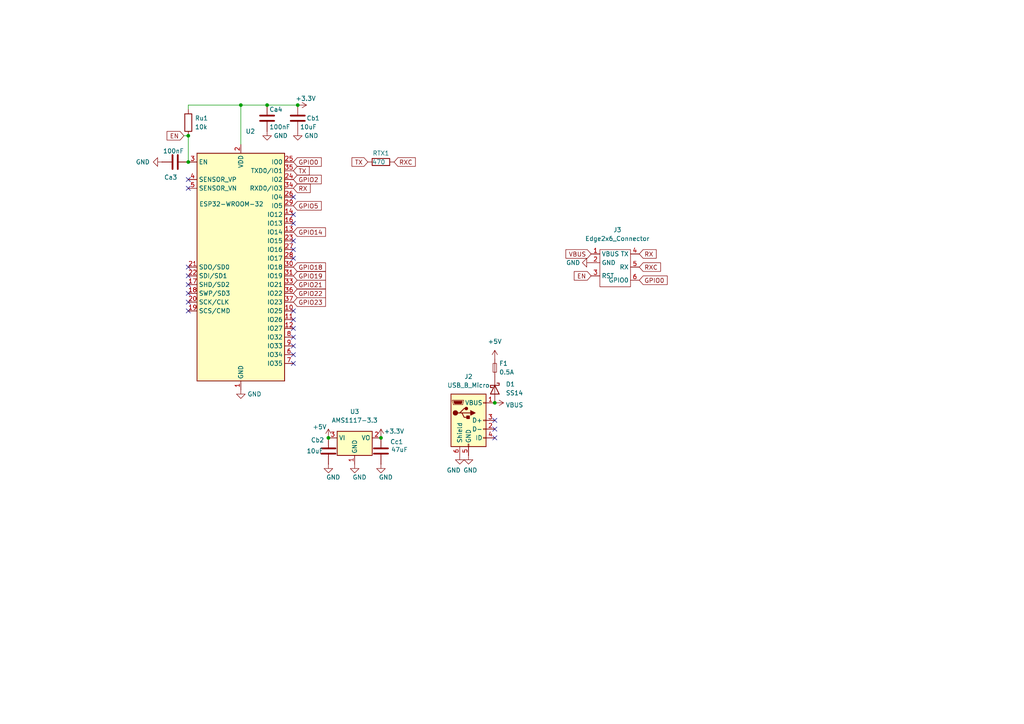
<source format=kicad_sch>
(kicad_sch (version 20231120) (generator "eeschema") (generator_version "8.0")
  (paper "A4")
  (lib_symbols
    (symbol "Connector:USB_B_Micro" (pin_names (offset 1.016))
      (property "Reference" "J" (at -5.08 11.43 0))
      (property "Value" "USB_B_Micro" (at -5.08 8.89 0))
      (symbol "USB_B_Micro_0_1"
        (rectangle (start -5.08 -7.62) (end 5.08 7.62) (stroke (width 0.254)) (fill (type background)))
        (circle (center -3.81 2.159) (radius 0.635) (stroke (width 0.254)) (fill (type outline)))
        (circle (center -0.635 3.429) (radius 0.381) (stroke (width 0.254)) (fill (type outline)))
        (rectangle (start -0.127 -7.62) (end 0.127 -6.858))
        (polyline (pts (xy -1.905 2.159) (xy 0.635 2.159)) (stroke (width 0.254)))
        (polyline (pts (xy -3.175 2.159) (xy -2.54 2.159) (xy -1.27 3.429) (xy -0.635 3.429)) (stroke (width 0.254)))
        (polyline (pts (xy -2.54 2.159) (xy -1.905 2.159) (xy -1.27 0.889) (xy 0 0.889)) (stroke (width 0.254)))
        (polyline (pts (xy 0.635 2.794) (xy 0.635 1.524) (xy 1.905 2.159) (xy 0.635 2.794)) (stroke (width 0.254)) (fill (type outline)))
        (polyline (pts (xy -4.318 5.588) (xy -1.778 5.588) (xy -2.032 4.826) (xy -4.064 4.826) (xy -4.318 5.588)) (fill (type outline)))
        (polyline (pts (xy -4.699 5.842) (xy -4.699 5.588) (xy -4.445 4.826) (xy -4.445 4.572) (xy -1.651 4.572) (xy -1.651 4.826) (xy -1.397 5.588) (xy -1.397 5.842) (xy -4.699 5.842)))
        (rectangle (start 0.254 1.27) (end -0.508 0.508) (stroke (width 0.254)) (fill (type outline)))
        (rectangle (start 5.08 -5.207) (end 4.318 -4.953))
        (rectangle (start 5.08 -2.667) (end 4.318 -2.413))
        (rectangle (start 5.08 -0.127) (end 4.318 0.127))
        (rectangle (start 5.08 4.953) (end 4.318 5.207))
      )
      (symbol "USB_B_Micro_1_1"
        (pin power_out line (at 7.62 5.08 180) (length 2.54) (name "VBUS") (number "1"))
        (pin bidirectional line (at 7.62 -2.54 180) (length 2.54) (name "D-") (number "2"))
        (pin bidirectional line (at 7.62 0 180) (length 2.54) (name "D+") (number "3"))
        (pin passive line (at 7.62 -5.08 180) (length 2.54) (name "ID") (number "4"))
        (pin power_out line (at 0 -10.16 90) (length 2.54) (name "GND") (number "5"))
        (pin passive line (at -2.54 -10.16 90) (length 2.54) (name "Shield") (number "6"))
      )
    )
    (symbol "Device:C" (pin_numbers hide) (pin_names (offset 0.254))
      (property "Reference" "C" (at 0.635 2.54 0))
      (property "Value" "C" (at 0.635 -2.54 0))
      (symbol "C_0_1"
        (polyline (pts (xy -2.032 -0.762) (xy 2.032 -0.762)) (stroke (width 0.508)))
        (polyline (pts (xy -2.032 0.762) (xy 2.032 0.762)) (stroke (width 0.508)))
      )
      (symbol "C_1_1"
        (pin passive line (at 0 3.81 270) (length 2.794) (name "~") (number "1"))
        (pin passive line (at 0 -3.81 90) (length 2.794) (name "~") (number "2"))
      )
    )
    (symbol "Device:Fuse_Small" (pin_numbers hide) (pin_names (offset 0.254) hide)
      (property "Reference" "F" (at 0 -1.524 0))
      (property "Value" "Fuse_Small" (at 0 1.524 0))
      (symbol "Fuse_Small_0_1"
        (rectangle (start -1.27 0.508) (end 1.27 -0.508))
        (polyline (pts (xy -1.27 0) (xy 1.27 0)))
      )
      (symbol "Fuse_Small_1_1"
        (pin passive line (at -2.54 0 0) (length 1.27) (name "~") (number "1"))
        (pin passive line (at 2.54 0 180) (length 1.27) (name "~") (number "2"))
      )
    )
    (symbol "Device:R" (pin_numbers hide) (pin_names (offset 0))
      (property "Reference" "R" (at 2.032 0 90))
      (property "Value" "R" (at 0 0 90))
      (symbol "R_0_1"
        (rectangle (start -1.016 -2.54) (end 1.016 2.54) (stroke (width 0.254)))
      )
      (symbol "R_1_1"
        (pin passive line (at 0 3.81 270) (length 1.27) (name "~") (number "1"))
        (pin passive line (at 0 -3.81 90) (length 1.27) (name "~") (number "2"))
      )
    )
    (symbol "Diode:1N5819" (pin_numbers hide) (pin_names (offset 1.016) hide)
      (property "Reference" "D" (at 0 2.54 0))
      (property "Value" "1N5819" (at 0 -2.54 0))
      (symbol "1N5819_0_1"
        (polyline (pts (xy 1.27 0) (xy -1.27 0)))
        (polyline (pts (xy 1.27 1.27) (xy 1.27 -1.27) (xy -1.27 0) (xy 1.27 1.27)) (stroke (width 0.254)))
        (polyline (pts (xy -1.905 0.635) (xy -1.905 1.27) (xy -1.27 1.27) (xy -1.27 -1.27) (xy -0.635 -1.27) (xy -0.635 -0.635)) (stroke (width 0.254)))
      )
      (symbol "1N5819_1_1"
        (pin passive line (at -3.81 0 0) (length 2.54) (name "K") (number "1"))
        (pin passive line (at 3.81 0 180) (length 2.54) (name "A") (number "2"))
      )
    )
    (symbol "RF_Module:ESP32-WROOM-32"
      (property "Reference" "U" (at -12.7 34.29 0))
      (property "Value" "ESP32-WROOM-32" (at 1.27 34.29 0))
      (symbol "ESP32-WROOM-32_0_1"
        (rectangle (start -12.7 33.02) (end 12.7 -33.02) (stroke (width 0.254)) (fill (type background)))
      )
      (symbol "ESP32-WROOM-32_1_1"
        (pin power_in line (at 0 -35.56 90) (length 2.54) (name "GND") (number "1"))
        (pin bidirectional line (at 15.24 -12.7 180) (length 2.54) (name "IO25") (number "10"))
        (pin bidirectional line (at 15.24 -15.24 180) (length 2.54) (name "IO26") (number "11"))
        (pin bidirectional line (at 15.24 -17.78 180) (length 2.54) (name "IO27") (number "12"))
        (pin bidirectional line (at 15.24 10.16 180) (length 2.54) (name "IO14") (number "13"))
        (pin bidirectional line (at 15.24 15.24 180) (length 2.54) (name "IO12") (number "14"))
        (pin passive line (at 0 -35.56 90) (length 2.54) hide (name "GND") (number "15"))
        (pin bidirectional line (at 15.24 12.7 180) (length 2.54) (name "IO13") (number "16"))
        (pin bidirectional line (at -15.24 -5.08 0) (length 2.54) (name "SHD/SD2") (number "17"))
        (pin bidirectional line (at -15.24 -7.62 0) (length 2.54) (name "SWP/SD3") (number "18"))
        (pin bidirectional line (at -15.24 -12.7 0) (length 2.54) (name "SCS/CMD") (number "19"))
        (pin power_in line (at 0 35.56 270) (length 2.54) (name "VDD") (number "2"))
        (pin bidirectional line (at -15.24 -10.16 0) (length 2.54) (name "SCK/CLK") (number "20"))
        (pin bidirectional line (at -15.24 0 0) (length 2.54) (name "SDO/SD0") (number "21"))
        (pin bidirectional line (at -15.24 -2.54 0) (length 2.54) (name "SDI/SD1") (number "22"))
        (pin bidirectional line (at 15.24 7.62 180) (length 2.54) (name "IO15") (number "23"))
        (pin bidirectional line (at 15.24 25.4 180) (length 2.54) (name "IO2") (number "24"))
        (pin bidirectional line (at 15.24 30.48 180) (length 2.54) (name "IO0") (number "25"))
        (pin bidirectional line (at 15.24 20.32 180) (length 2.54) (name "IO4") (number "26"))
        (pin bidirectional line (at 15.24 5.08 180) (length 2.54) (name "IO16") (number "27"))
        (pin bidirectional line (at 15.24 2.54 180) (length 2.54) (name "IO17") (number "28"))
        (pin bidirectional line (at 15.24 17.78 180) (length 2.54) (name "IO5") (number "29"))
        (pin input line (at -15.24 30.48 0) (length 2.54) (name "EN") (number "3"))
        (pin bidirectional line (at 15.24 0 180) (length 2.54) (name "IO18") (number "30"))
        (pin bidirectional line (at 15.24 -2.54 180) (length 2.54) (name "IO19") (number "31"))
        (pin no_connect line (at -12.7 -27.94 0) (length 2.54) hide (name "NC") (number "32"))
        (pin bidirectional line (at 15.24 -5.08 180) (length 2.54) (name "IO21") (number "33"))
        (pin bidirectional line (at 15.24 22.86 180) (length 2.54) (name "RXD0/IO3") (number "34"))
        (pin bidirectional line (at 15.24 27.94 180) (length 2.54) (name "TXD0/IO1") (number "35"))
        (pin bidirectional line (at 15.24 -7.62 180) (length 2.54) (name "IO22") (number "36"))
        (pin bidirectional line (at 15.24 -10.16 180) (length 2.54) (name "IO23") (number "37"))
        (pin passive line (at 0 -35.56 90) (length 2.54) hide (name "GND") (number "38"))
        (pin passive line (at 0 -35.56 90) (length 2.54) hide (name "GND") (number "39"))
        (pin input line (at -15.24 25.4 0) (length 2.54) (name "SENSOR_VP") (number "4"))
        (pin input line (at -15.24 22.86 0) (length 2.54) (name "SENSOR_VN") (number "5"))
        (pin input line (at 15.24 -25.4 180) (length 2.54) (name "IO34") (number "6"))
        (pin input line (at 15.24 -27.94 180) (length 2.54) (name "IO35") (number "7"))
        (pin bidirectional line (at 15.24 -20.32 180) (length 2.54) (name "IO32") (number "8"))
        (pin bidirectional line (at 15.24 -22.86 180) (length 2.54) (name "IO33") (number "9"))
      )
    )
    (symbol "Regulator_Linear:AMS1117-3.3"
      (property "Reference" "U" (at -3.81 3.175 0))
      (property "Value" "AMS1117-3.3" (at 0 3.175 0))
      (symbol "AMS1117-3.3_0_1"
        (rectangle (start -5.08 -5.08) (end 5.08 1.905) (stroke (width 0.254)) (fill (type background)))
      )
      (symbol "AMS1117-3.3_1_1"
        (pin power_in line (at 0 -7.62 90) (length 2.54) (name "GND") (number "1"))
        (pin power_out line (at 7.62 0 180) (length 2.54) (name "VO") (number "2"))
        (pin power_in line (at -7.62 0 0) (length 2.54) (name "VI") (number "3"))
      )
    )
    (symbol "chl33:Edge2x6_Connector"
      (property "Reference" "J" (at 0 6.35 0))
      (property "Value" "Edge2x6_Connector" (at 0.635 -6.985 0))
      (symbol "Edge2x6_Connector_0_1"
        (rectangle (start -5.08 5.08) (end 3.81 -5.715))
      )
      (symbol "Edge2x6_Connector_1_1"
        (pin power_out line (at -7.62 3.81 0) (length 2.54) (name "VBUS") (number "1"))
        (pin power_out line (at -7.62 1.27 0) (length 2.54) (name "GND") (number "2"))
        (pin output line (at -7.62 -2.54 0) (length 2.54) (name "RST") (number "3"))
        (pin output line (at 6.35 3.81 180) (length 2.54) (name "TX") (number "4"))
        (pin input line (at 6.35 0 180) (length 2.54) (name "RX") (number "5"))
        (pin output line (at 6.35 -3.81 180) (length 2.54) (name "GPIO0") (number "6"))
      )
    )
    (symbol "power:+3.3V" (power) (pin_numbers hide) (pin_names (offset 0) hide)
      (property "Value" "+3.3V" (at 0 3.556 0))
      (symbol "+3.3V_0_1"
        (polyline (pts (xy -0.762 1.27) (xy 0 2.54)))
        (polyline (pts (xy 0 0) (xy 0 2.54)))
        (polyline (pts (xy 0 2.54) (xy 0.762 1.27)))
      )
      (symbol "+3.3V_1_1"
        (pin power_in line (at 0 0 90) (length 0) (name "~") (number "1"))
      )
    )
    (symbol "power:+5V" (power) (pin_numbers hide) (pin_names (offset 0) hide)
      (property "Value" "+5V" (at 0 3.556 0))
      (symbol "+5V_0_1"
        (polyline (pts (xy -0.762 1.27) (xy 0 2.54)))
        (polyline (pts (xy 0 0) (xy 0 2.54)))
        (polyline (pts (xy 0 2.54) (xy 0.762 1.27)))
      )
      (symbol "+5V_1_1"
        (pin power_in line (at 0 0 90) (length 0) (name "~") (number "1"))
      )
    )
    (symbol "power:GND" (power) (pin_numbers hide) (pin_names (offset 0) hide)
      (property "Value" "GND" (at 0 -3.81 0))
      (symbol "GND_0_1"
        (polyline (pts (xy 0 0) (xy 0 -1.27) (xy 1.27 -1.27) (xy 0 -2.54) (xy -1.27 -1.27) (xy 0 -1.27)))
      )
      (symbol "GND_1_1"
        (pin power_in line (at 0 0 270) (length 0) (name "~") (number "1"))
      )
    )
    (symbol "power:VBUS" (power) (pin_numbers hide) (pin_names (offset 0) hide)
      (property "Value" "VBUS" (at 0 3.556 0))
      (symbol "VBUS_0_1"
        (polyline (pts (xy -0.762 1.27) (xy 0 2.54)))
        (polyline (pts (xy 0 0) (xy 0 2.54)))
        (polyline (pts (xy 0 2.54) (xy 0.762 1.27)))
      )
      (symbol "VBUS_1_1"
        (pin power_in line (at 0 0 90) (length 0) (name "~") (number "1"))
      )
    )
  )
  (junction (at 110.49 127))
  (junction (at 95.25 127))
  (junction (at 54.61 39.37))
  (junction (at 143.51 116.84))
  (junction (at 77.47 30.48))
  (junction (at 69.85 30.48))
  (junction (at 54.61 46.99))
  (junction (at 86.36 30.48))
  (no_connect (at 85.09 105.41))
  (no_connect (at 143.51 124.46))
  (no_connect (at 143.51 121.92))
  (no_connect (at 54.61 52.07))
  (no_connect (at 54.61 80.01))
  (no_connect (at 85.09 97.79))
  (no_connect (at 85.09 90.17))
  (no_connect (at 54.61 85.09))
  (no_connect (at 54.61 54.61))
  (no_connect (at 54.61 90.17))
  (no_connect (at 54.61 82.55))
  (no_connect (at 85.09 64.77))
  (no_connect (at 85.09 74.93))
  (no_connect (at 85.09 69.85))
  (no_connect (at 54.61 77.47))
  (no_connect (at 54.61 87.63))
  (no_connect (at 85.09 95.25))
  (no_connect (at 143.51 127))
  (no_connect (at 85.09 100.33))
  (no_connect (at 85.09 72.39))
  (no_connect (at 85.09 92.71))
  (no_connect (at 85.09 57.15))
  (no_connect (at 85.09 102.87))
  (no_connect (at 85.09 62.23))
  (wire (pts (xy 54.61 30.48) (xy 69.85 30.48)))
  (wire (pts (xy 54.61 31.75) (xy 54.61 30.48)))
  (wire (pts (xy 54.61 39.37) (xy 54.61 46.99)))
  (wire (pts (xy 69.85 30.48) (xy 69.85 41.91)))
  (wire (pts (xy 54.61 38.1) (xy 54.61 39.37)))
  (wire (pts (xy 53.34 39.37) (xy 54.61 39.37)))
  (wire (pts (xy 69.85 30.48) (xy 77.47 30.48)))
  (wire (pts (xy 77.47 30.48) (xy 86.36 30.48)))
  (global_label "GPIO0" (shape input) (at 185.42 81.28 0) (property "Intersheetrefs" "${INTERSHEET_REFS}" (effects (hide yes))))
  (global_label "EN" (shape input) (at 171.45 80.01 180) (property "Intersheetrefs" "${INTERSHEET_REFS}" (effects (hide yes))))
  (global_label "GPIO14" (shape input) (at 85.09 67.31 0) (property "Intersheetrefs" "${INTERSHEET_REFS}" (effects (hide yes))))
  (global_label "RXC" (shape input) (at 114.3 46.99 0) (property "Intersheetrefs" "${INTERSHEET_REFS}" (effects (hide yes))))
  (global_label "RXC" (shape input) (at 185.42 77.47 0) (property "Intersheetrefs" "${INTERSHEET_REFS}" (effects (hide yes))))
  (global_label "GPIO18" (shape input) (at 85.09 77.47 0) (property "Intersheetrefs" "${INTERSHEET_REFS}" (effects (hide yes))))
  (global_label "GPIO21" (shape input) (at 85.09 82.55 0) (property "Intersheetrefs" "${INTERSHEET_REFS}" (effects (hide yes))))
  (global_label "TX" (shape input) (at 85.09 49.53 0) (property "Intersheetrefs" "${INTERSHEET_REFS}" (effects (hide yes))))
  (global_label "GPIO23" (shape input) (at 85.09 87.63 0) (property "Intersheetrefs" "${INTERSHEET_REFS}" (effects (hide yes))))
  (global_label "GPIO5" (shape input) (at 85.09 59.69 0) (property "Intersheetrefs" "${INTERSHEET_REFS}" (effects (hide yes))))
  (global_label "GPIO2" (shape input) (at 85.09 52.07 0) (property "Intersheetrefs" "${INTERSHEET_REFS}" (effects (hide yes))))
  (global_label "TX" (shape input) (at 106.68 46.99 180) (property "Intersheetrefs" "${INTERSHEET_REFS}" (effects (hide yes))))
  (global_label "GPIO0" (shape input) (at 85.09 46.99 0) (property "Intersheetrefs" "${INTERSHEET_REFS}" (effects (hide yes))))
  (global_label "GPIO19" (shape input) (at 85.09 80.01 0) (property "Intersheetrefs" "${INTERSHEET_REFS}" (effects (hide yes))))
  (global_label "RX" (shape input) (at 85.09 54.61 0) (property "Intersheetrefs" "${INTERSHEET_REFS}" (effects (hide yes))))
  (global_label "EN" (shape input) (at 53.34 39.37 180) (property "Intersheetrefs" "${INTERSHEET_REFS}" (effects (hide yes))))
  (global_label "VBUS" (shape input) (at 171.45 73.66 180) (property "Intersheetrefs" "${INTERSHEET_REFS}" (effects (hide yes))))
  (global_label "GPIO22" (shape input) (at 85.09 85.09 0) (property "Intersheetrefs" "${INTERSHEET_REFS}" (effects (hide yes))))
  (global_label "RX" (shape input) (at 185.42 73.66 0) (property "Intersheetrefs" "${INTERSHEET_REFS}" (effects (hide yes))))
  (symbol (lib_id "Device:C") (at 86.36 34.29 0) (unit 1)
    (property "Reference" "Cb1" (at 88.9 34.29 0) (effects (justify left)))
    (property "Value" "10uF" (at 86.995 36.83 0) (effects (justify left)))
    (property "Footprint" "Capacitor_SMD:C_0805_2012Metric" (effects (hide yes)))
    (property "Description" "Unpolarized capacitor" (effects (hide yes)))
  )
  (symbol (lib_id "power:VBUS") (at 143.51 116.84 270) (unit 1)
    (property "Reference" "#PWR0120" (effects (hide yes)))
    (property "Value" "VBUS" (at 149.225 117.475 90))
    (property "Description" "Power symbol creates a global label with name \"VBUS\"" (effects (hide yes)))
  )
  (symbol (lib_id "power:+5V") (at 143.51 104.14 0) (unit 1)
    (property "Reference" "#PWR0119" (effects (hide yes)))
    (property "Value" "+5V" (at 143.51 99.06 0))
    (property "Description" "Power symbol creates a global label with name \"+5V\"" (effects (hide yes)))
  )
  (symbol (lib_id "Device:C") (at 50.8 46.99 90) (unit 1)
    (property "Reference" "Ca3" (at 51.435 51.435 90) (effects (justify left)))
    (property "Value" "100nF" (at 53.34 43.815 90) (effects (justify left)))
    (property "Footprint" "Capacitor_SMD:C_0603_1608Metric" (effects (hide yes)))
    (property "Description" "Unpolarized capacitor" (effects (hide yes)))
  )
  (symbol (lib_id "Device:C") (at 77.47 34.29 0) (unit 1)
    (property "Reference" "Ca4" (at 78.105 31.75 0) (effects (justify left)))
    (property "Value" "100nF" (at 78.105 36.83 0) (effects (justify left)))
    (property "Footprint" "Capacitor_SMD:C_0603_1608Metric" (effects (hide yes)))
    (property "Description" "Unpolarized capacitor" (effects (hide yes)))
  )
  (symbol (lib_id "Device:R") (at 110.49 46.99 90) (unit 1)
    (property "Reference" "RTX1" (at 110.49 44.45 90))
    (property "Value" "470" (at 109.855 46.99 90))
    (property "Footprint" "Resistor_SMD:R_0603_1608Metric" (effects (hide yes)))
    (property "Description" "Resistor" (effects (hide yes)))
  )
  (symbol (lib_id "Device:C") (at 95.25 130.81 0) (unit 1)
    (property "Reference" "Cb2" (at 90.17 127.635 0) (effects (justify left)))
    (property "Value" "10uF" (at 88.9 130.81 0) (effects (justify left)))
    (property "Footprint" "Capacitor_SMD:C_0805_2012Metric_Pad1.18x1.45mm_HandSolder" (effects (hide yes)))
    (property "Description" "Unpolarized capacitor" (effects (hide yes)))
  )
  (symbol (lib_id "power:+3.3V") (at 110.49 127 0) (unit 1)
    (property "Reference" "#PWR0115" (effects (hide yes)))
    (property "Value" "+3.3V" (at 114.3 125.095 0))
    (property "Description" "Power symbol creates a global label with name \"+3.3V\"" (effects (hide yes)))
  )
  (symbol (lib_id "power:GND") (at 69.85 113.03 0) (unit 1)
    (property "Reference" "#PWR0118" (effects (hide yes)))
    (property "Value" "GND" (at 71.755 114.2999 0) (effects (justify left)))
    (property "Description" "Power symbol creates a global label with name \"GND\" , ground" (effects (hide yes)))
  )
  (symbol (lib_id "power:GND") (at 102.87 134.62 0) (unit 1)
    (property "Reference" "#PWR0114" (effects (hide yes)))
    (property "Value" "GND" (at 102.235 138.43 0) (effects (justify left)))
    (property "Description" "Power symbol creates a global label with name \"GND\" , ground" (effects (hide yes)))
  )
  (symbol (lib_id "Device:C") (at 110.49 130.81 0) (unit 1)
    (property "Reference" "Cc1" (at 113.157 128.143 0) (effects (justify left)))
    (property "Value" "47uF" (at 113.411 130.429 0) (effects (justify left)))
    (property "Footprint" "Capacitor_SMD:C_0805_2012Metric_Pad1.18x1.45mm_HandSolder" (effects (hide yes)))
    (property "Description" "Unpolarized capacitor" (effects (hide yes)))
  )
  (symbol (lib_id "power:GND") (at 133.35 132.08 0) (unit 1)
    (property "Reference" "#PWR0117" (effects (hide yes)))
    (property "Value" "GND" (at 129.54 136.398 0) (effects (justify left)))
    (property "Description" "Power symbol creates a global label with name \"GND\" , ground" (effects (hide yes)))
  )
  (symbol (lib_id "Device:Fuse_Small") (at 143.51 106.68 270) (unit 1)
    (property "Reference" "F1" (at 144.78 105.4099 90) (effects (justify left)))
    (property "Value" "0.5A" (at 144.78 107.9499 90) (effects (justify left)))
    (property "Footprint" "Diode_SMD:D_0805_2012Metric" (effects (hide yes)))
    (property "Description" "Fuse, small symbol" (effects (hide yes)))
  )
  (symbol (lib_id "power:+3.3V") (at 86.36 30.48 270) (unit 1)
    (property "Reference" "#PWR0110" (effects (hide yes)))
    (property "Value" "+3.3V" (at 85.725 28.575 90) (effects (justify left)))
    (property "Description" "Power symbol creates a global label with name \"+3.3V\"" (effects (hide yes)))
  )
  (symbol (lib_id "chl33:Edge2x6_Connector") (at 179.07 77.47 0) (unit 1)
    (property "Reference" "J3" (at 179.07 66.675 0))
    (property "Value" "Edge2x6_Connector" (at 179.07 69.215 0))
    (property "Footprint" "Library:EdgeConnector_2x3" (effects (hide yes)))
  )
  (symbol (lib_id "power:GND") (at 77.47 38.1 0) (unit 1)
    (property "Reference" "#PWR0112" (effects (hide yes)))
    (property "Value" "GND" (at 79.375 39.3699 0) (effects (justify left)))
    (property "Description" "Power symbol creates a global label with name \"GND\" , ground" (effects (hide yes)))
  )
  (symbol (lib_id "power:GND") (at 46.99 46.99 270) (unit 1)
    (property "Reference" "#PWR0109" (effects (hide yes)))
    (property "Value" "GND" (at 39.37 46.99 90) (effects (justify left)))
    (property "Description" "Power symbol creates a global label with name \"GND\" , ground" (effects (hide yes)))
  )
  (symbol (lib_id "power:GND") (at 110.49 134.62 0) (unit 1)
    (property "Reference" "#PWR0113" (effects (hide yes)))
    (property "Value" "GND" (at 109.855 138.43 0) (effects (justify left)))
    (property "Description" "Power symbol creates a global label with name \"GND\" , ground" (effects (hide yes)))
  )
  (symbol (lib_id "Regulator_Linear:AMS1117-3.3") (at 102.87 127 0) (unit 1)
    (property "Reference" "U3" (at 102.87 119.38 0))
    (property "Value" "AMS1117-3.3" (at 102.87 121.92 0))
    (property "Footprint" "Package_TO_SOT_SMD:SOT-223-3_TabPin2" (effects (hide yes)))
    (property "Datasheet" "http://www.advanced-monolithic.com/pdf/ds1117.pdf" (effects (hide yes)))
    (property "Description" "1A Low Dropout regulator, positive, 3.3V fixed output, SOT-223" (effects (hide yes)))
  )
  (symbol (lib_id "power:GND") (at 135.89 132.08 0) (unit 1)
    (property "Reference" "#PWR0116" (effects (hide yes)))
    (property "Value" "GND" (at 134.366 136.398 0) (effects (justify left)))
    (property "Description" "Power symbol creates a global label with name \"GND\" , ground" (effects (hide yes)))
  )
  (symbol (lib_id "Diode:1N5819") (at 143.51 113.03 270) (unit 1)
    (property "Reference" "D1" (at 146.685 111.4424 90) (effects (justify left)))
    (property "Value" "SS14" (at 146.685 113.9824 90) (effects (justify left)))
    (property "Footprint" "Diode_SMD:D_2010_5025Metric" (effects (hide yes)))
    (property "Datasheet" "http://www.vishay.com/docs/88525/1n5817.pdf" (effects (hide yes)))
    (property "Description" "40V 1A Schottky Barrier Rectifier Diode, DO-41" (effects (hide yes)))
  )
  (symbol (lib_id "Device:R") (at 54.61 35.56 180) (unit 1)
    (property "Reference" "Ru1" (at 56.515 34.2899 0) (effects (justify right)))
    (property "Value" "10k" (at 56.515 36.8299 0) (effects (justify right)))
    (property "Footprint" "Resistor_SMD:R_0603_1608Metric" (effects (hide yes)))
    (property "Description" "Resistor" (effects (hide yes)))
  )
  (symbol (lib_id "power:GND") (at 86.36 38.1 0) (unit 1)
    (property "Reference" "#PWR0111" (effects (hide yes)))
    (property "Value" "GND" (at 88.265 39.3699 0) (effects (justify left)))
    (property "Description" "Power symbol creates a global label with name \"GND\" , ground" (effects (hide yes)))
  )
  (symbol (lib_id "power:GND") (at 95.25 134.62 0) (unit 1)
    (property "Reference" "#PWR0121" (effects (hide yes)))
    (property "Value" "GND" (at 94.615 138.43 0) (effects (justify left)))
    (property "Description" "Power symbol creates a global label with name \"GND\" , ground" (effects (hide yes)))
  )
  (symbol (lib_id "RF_Module:ESP32-WROOM-32") (at 69.85 77.47 0) (unit 1)
    (property "Reference" "U2" (at 71.2344 38.1 0) (effects (justify left)))
    (property "Value" "ESP32-WROOM-32" (at 57.785 59.182 0) (effects (justify left)))
    (property "Footprint" "RF_Module:ESP32-WROOM-32" (effects (hide yes)))
    (property "Datasheet" "https://www.espressif.com/sites/default/files/documentation/esp32-wroom-32_datasheet_en.pdf" (effects (hide yes)))
    (property "Description" "RF Module, ESP32-D0WDQ6 SoC, Wi-Fi 802.11b/g/n, Bluetooth, BLE, 32-bit, 2.7-3.6V, onboard antenna, SMD" (effects (hide yes)))
  )
  (symbol (lib_id "power:GND") (at 171.45 76.2 270) (unit 1)
    (property "Reference" "#PWR0108" (effects (hide yes)))
    (property "Value" "GND" (at 168.275 76.1999 90) (effects (justify right)))
    (property "Description" "Power symbol creates a global label with name \"GND\" , ground" (effects (hide yes)))
  )
  (symbol (lib_id "Connector:USB_B_Micro") (at 135.89 121.92 0) (unit 1)
    (property "Reference" "J2" (at 135.89 109.22 0))
    (property "Value" "USB_B_Micro" (at 135.89 111.76 0))
    (property "Footprint" "Connector_USB:USB_Micro-B_Amphenol_10118194_Horizontal" (effects (hide yes)))
    (property "Description" "USB Micro Type B connector" (effects (hide yes)))
  )
  (symbol (lib_id "power:+5V") (at 95.25 127 0) (unit 1)
    (property "Reference" "#PWR0122" (effects (hide yes)))
    (property "Value" "+5V" (at 92.71 123.825 0))
    (property "Description" "Power symbol creates a global label with name \"+5V\"" (effects (hide yes)))
  )
)
</source>
